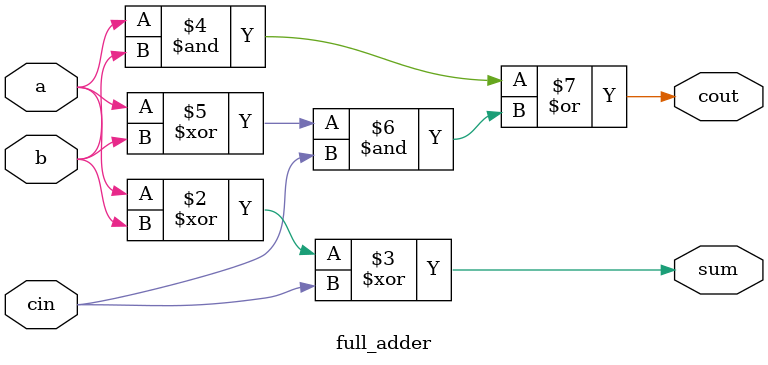
<source format=v>
/*
Author: Sajeed Mohammad Shahriat
Affiliation: Rochester Institute of Technology
All rights reserved
This files can be reused and modified given that this copyright notice is not removed
*/

module full_adder (
	a,
	b,
	cin,
	sum,
	cout

); //end of port list

//---------------------------input ports-----------------------------
input a;
input b;
input cin;

//---------------------------output ports----------------------------
output sum;
output cout;

//-----------------------input port data type------------------------
wire a;
wire b;
wire cin;

//-----------------------output port data type-----------------------
reg sum;
reg cout;

//---------------------------RTL design------------------------------

always @ (a or b or cin)
	begin
		sum <= a^b^cin;
		cout <= ((a&b)|((a^b)&cin));
	end

endmodule 

</source>
